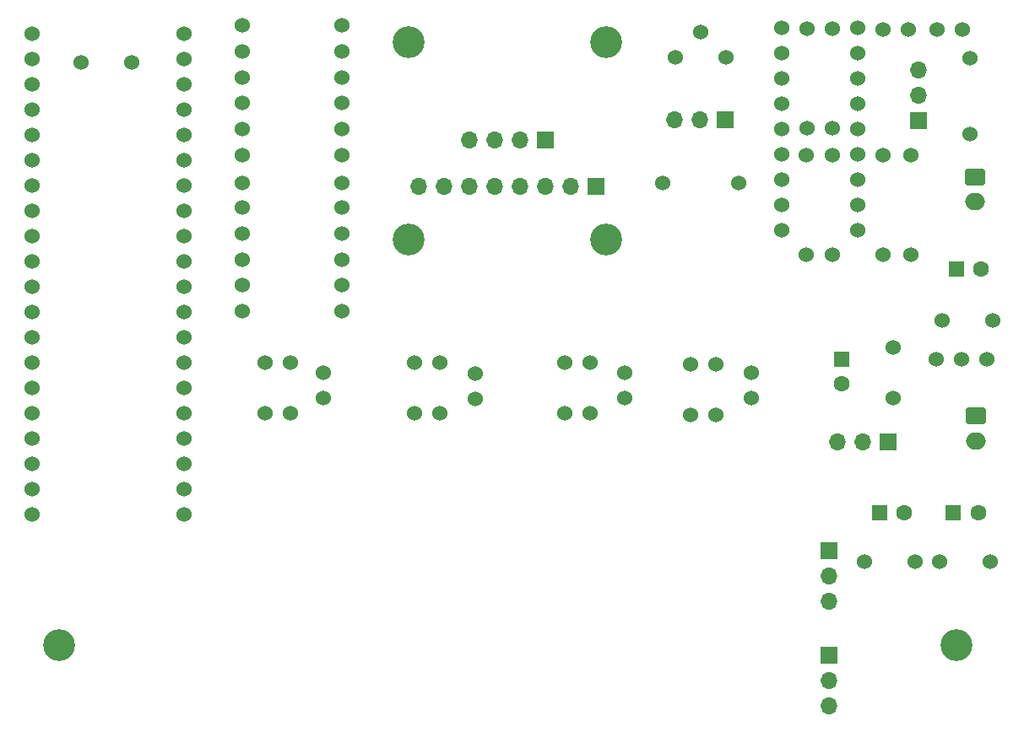
<source format=gbr>
%TF.GenerationSoftware,KiCad,Pcbnew,8.0.8*%
%TF.CreationDate,2025-08-25T22:32:07+09:00*%
%TF.ProjectId,Line_follower_robot,4c696e65-5f66-46f6-9c6c-6f7765725f72,rev?*%
%TF.SameCoordinates,Original*%
%TF.FileFunction,Soldermask,Bot*%
%TF.FilePolarity,Negative*%
%FSLAX46Y46*%
G04 Gerber Fmt 4.6, Leading zero omitted, Abs format (unit mm)*
G04 Created by KiCad (PCBNEW 8.0.8) date 2025-08-25 22:32:07*
%MOMM*%
%LPD*%
G01*
G04 APERTURE LIST*
G04 Aperture macros list*
%AMRoundRect*
0 Rectangle with rounded corners*
0 $1 Rounding radius*
0 $2 $3 $4 $5 $6 $7 $8 $9 X,Y pos of 4 corners*
0 Add a 4 corners polygon primitive as box body*
4,1,4,$2,$3,$4,$5,$6,$7,$8,$9,$2,$3,0*
0 Add four circle primitives for the rounded corners*
1,1,$1+$1,$2,$3*
1,1,$1+$1,$4,$5*
1,1,$1+$1,$6,$7*
1,1,$1+$1,$8,$9*
0 Add four rect primitives between the rounded corners*
20,1,$1+$1,$2,$3,$4,$5,0*
20,1,$1+$1,$4,$5,$6,$7,0*
20,1,$1+$1,$6,$7,$8,$9,0*
20,1,$1+$1,$8,$9,$2,$3,0*%
G04 Aperture macros list end*
%ADD10C,1.524000*%
%ADD11R,1.600000X1.600000*%
%ADD12C,1.600000*%
%ADD13R,1.700000X1.700000*%
%ADD14O,1.700000X1.700000*%
%ADD15RoundRect,0.250000X-0.750000X0.600000X-0.750000X-0.600000X0.750000X-0.600000X0.750000X0.600000X0*%
%ADD16O,2.000000X1.700000*%
%ADD17C,3.200000*%
G04 APERTURE END LIST*
D10*
%TO.C,U5*%
X107480000Y-22080000D03*
X107480000Y-24620000D03*
X107480000Y-27160000D03*
X107480000Y-29700000D03*
X107480000Y-32240000D03*
X107480000Y-34780000D03*
X107480000Y-37320000D03*
X107480000Y-39860000D03*
X107480000Y-42400000D03*
X115100000Y-22080000D03*
X115100000Y-24620000D03*
X115100000Y-27160000D03*
X115100000Y-29700000D03*
X115100000Y-32240000D03*
X115100000Y-34780000D03*
X115100000Y-37320000D03*
X115100000Y-39860000D03*
X115100000Y-42400000D03*
%TD*%
%TO.C,IO13*%
X123048888Y-22218888D03*
X125588888Y-22218888D03*
%TD*%
%TO.C,IO12*%
X117648888Y-22218888D03*
X120188888Y-22218888D03*
%TD*%
%TO.C,Bluepill1*%
X47540000Y-70900000D03*
X47540000Y-68360000D03*
X47540000Y-65820000D03*
X47540000Y-63280000D03*
X47540000Y-60740000D03*
X47540000Y-58200000D03*
X47540000Y-55660000D03*
X47540000Y-53120000D03*
X47540000Y-50580000D03*
X47540000Y-48040000D03*
X47540000Y-45500000D03*
X47540000Y-42960000D03*
X47540000Y-40420000D03*
X47540000Y-37880000D03*
X47540000Y-35340000D03*
X47540000Y-32800000D03*
X47540000Y-30260000D03*
X47540000Y-27720000D03*
X47540000Y-25180000D03*
X47540000Y-22640000D03*
X32300000Y-70900000D03*
X32300000Y-68360000D03*
X32300000Y-65820000D03*
X32300000Y-63280000D03*
X32300000Y-60740000D03*
X32300000Y-58200000D03*
X32300000Y-55660000D03*
X32300000Y-53120000D03*
X32300000Y-50580000D03*
X32300000Y-48040000D03*
X32300000Y-45500000D03*
X32300000Y-42960000D03*
X32300000Y-40420000D03*
X32300000Y-37880000D03*
X32300000Y-35340000D03*
X32300000Y-32800000D03*
X32300000Y-30260000D03*
X32300000Y-27720000D03*
X32300000Y-25180000D03*
X32300000Y-22640000D03*
%TD*%
%TO.C,R18*%
X117644000Y-34800000D03*
X117644000Y-44800000D03*
%TD*%
%TO.C,R17*%
X120444000Y-34800000D03*
X120444000Y-44800000D03*
%TD*%
D11*
%TO.C,C4*%
X125000000Y-46300000D03*
D12*
X127500000Y-46300000D03*
%TD*%
D11*
%TO.C,C3*%
X113500000Y-55300000D03*
D12*
X113500000Y-57800000D03*
%TD*%
D13*
%TO.C,SW5*%
X118180000Y-63600000D03*
D14*
X115640000Y-63600000D03*
X113100000Y-63600000D03*
%TD*%
D10*
%TO.C,U7*%
X128080000Y-55300000D03*
X123000000Y-55300000D03*
X125540000Y-55300000D03*
%TD*%
%TO.C,U4*%
X100890000Y-55860000D03*
X98350000Y-55860000D03*
X100890000Y-60940000D03*
X98350000Y-60940000D03*
%TD*%
%TO.C,U3*%
X88250000Y-55650000D03*
X85710000Y-55650000D03*
X88250000Y-60730000D03*
X85710000Y-60730000D03*
%TD*%
%TO.C,U2*%
X73240000Y-55630000D03*
X70700000Y-55630000D03*
X73240000Y-60710000D03*
X70700000Y-60710000D03*
%TD*%
%TO.C,U1*%
X55700000Y-60710000D03*
X58240000Y-60710000D03*
X55700000Y-55630000D03*
X58240000Y-55630000D03*
%TD*%
D13*
%TO.C,SW4*%
X121200000Y-31325000D03*
D14*
X121200000Y-28785000D03*
X121200000Y-26245000D03*
%TD*%
D10*
%TO.C,SW3*%
X126400000Y-25090000D03*
X126400000Y-32710000D03*
%TD*%
D13*
%TO.C,SW2*%
X101800000Y-31300000D03*
D14*
X99260000Y-31300000D03*
X96720000Y-31300000D03*
%TD*%
D10*
%TO.C,SW1*%
X95590000Y-37600000D03*
X103210000Y-37600000D03*
%TD*%
%TO.C,RV1*%
X101940000Y-25040000D03*
X96860000Y-25040000D03*
X99400000Y-22500000D03*
%TD*%
%TO.C,R16*%
X110056000Y-22100000D03*
X110056000Y-32100000D03*
%TD*%
%TO.C,R15*%
X109944000Y-44800000D03*
X109944000Y-34800000D03*
%TD*%
%TO.C,R14*%
X112556000Y-22100000D03*
X112556000Y-32100000D03*
%TD*%
%TO.C,R13*%
X112556000Y-34800000D03*
X112556000Y-44800000D03*
%TD*%
%TO.C,R12*%
X53400000Y-50516000D03*
X63400000Y-50516000D03*
%TD*%
%TO.C,R11*%
X53400000Y-47904000D03*
X63400000Y-47904000D03*
%TD*%
%TO.C,R10*%
X53400000Y-45292000D03*
X63400000Y-45292000D03*
%TD*%
%TO.C,R9*%
X53400000Y-42680000D03*
X63400000Y-42680000D03*
%TD*%
%TO.C,R8*%
X63400000Y-40100000D03*
X53400000Y-40100000D03*
%TD*%
%TO.C,R7*%
X63400000Y-37600000D03*
X53400000Y-37600000D03*
%TD*%
%TO.C,R6*%
X63400000Y-34844000D03*
X53400000Y-34844000D03*
%TD*%
%TO.C,R5*%
X53400000Y-32232000D03*
X63400000Y-32232000D03*
%TD*%
%TO.C,R4*%
X53400000Y-29620000D03*
X63400000Y-29620000D03*
%TD*%
%TO.C,R3*%
X53400000Y-27008000D03*
X63400000Y-27008000D03*
%TD*%
%TO.C,R2*%
X53400000Y-24396000D03*
X63400000Y-24396000D03*
%TD*%
%TO.C,R1*%
X53400000Y-21784000D03*
X63400000Y-21784000D03*
%TD*%
%TO.C,LS1*%
X37220000Y-25500000D03*
X42300000Y-25500000D03*
%TD*%
D13*
%TO.C,J6*%
X88875000Y-37925000D03*
D14*
X86335000Y-37925000D03*
X83795000Y-37925000D03*
X81255000Y-37925000D03*
X78715000Y-37925000D03*
X76175000Y-37925000D03*
X73635000Y-37925000D03*
X71095000Y-37925000D03*
%TD*%
D13*
%TO.C,J5*%
X83800000Y-33300000D03*
D14*
X81260000Y-33300000D03*
X78720000Y-33300000D03*
X76180000Y-33300000D03*
%TD*%
D15*
%TO.C,J4*%
X127000000Y-61000000D03*
D16*
X127000000Y-63500000D03*
%TD*%
D15*
%TO.C,J3*%
X126900000Y-37000000D03*
D16*
X126900000Y-39500000D03*
%TD*%
D13*
%TO.C,J2*%
X112200000Y-85060000D03*
D14*
X112200000Y-87600000D03*
X112200000Y-90140000D03*
%TD*%
D13*
%TO.C,J1*%
X112200000Y-74560000D03*
D14*
X112200000Y-77100000D03*
X112200000Y-79640000D03*
%TD*%
D10*
%TO.C,D4*%
X104458888Y-56700000D03*
X104458888Y-59240000D03*
%TD*%
%TO.C,D3*%
X91758888Y-56648888D03*
X91758888Y-59188888D03*
%TD*%
%TO.C,D2*%
X76758888Y-56748888D03*
X76758888Y-59288888D03*
%TD*%
%TO.C,D1*%
X61558888Y-56648888D03*
X61558888Y-59188888D03*
%TD*%
%TO.C,C8*%
X115765112Y-75600000D03*
X120845112Y-75600000D03*
%TD*%
%TO.C,C7*%
X123365112Y-75600000D03*
X128445112Y-75600000D03*
%TD*%
D11*
%TO.C,C6*%
X117300000Y-70700000D03*
D12*
X119800000Y-70700000D03*
%TD*%
D11*
%TO.C,C5*%
X124700000Y-70700000D03*
D12*
X127200000Y-70700000D03*
%TD*%
D10*
%TO.C,C2*%
X123560000Y-51400000D03*
X128640000Y-51400000D03*
%TD*%
%TO.C,C1*%
X118700000Y-54160000D03*
X118700000Y-59240000D03*
%TD*%
D17*
%TO.C,REF\u002A\u002A*%
X35000000Y-84000000D03*
%TD*%
%TO.C,REF\u002A\u002A*%
X89900000Y-23500000D03*
%TD*%
%TO.C,REF\u002A\u002A*%
X125000000Y-84000000D03*
%TD*%
%TO.C,REF\u002A\u002A*%
X89900000Y-43300000D03*
%TD*%
%TO.C,REF\u002A\u002A*%
X70100000Y-23500000D03*
%TD*%
%TO.C,REF\u002A\u002A*%
X70100000Y-43300000D03*
%TD*%
M02*

</source>
